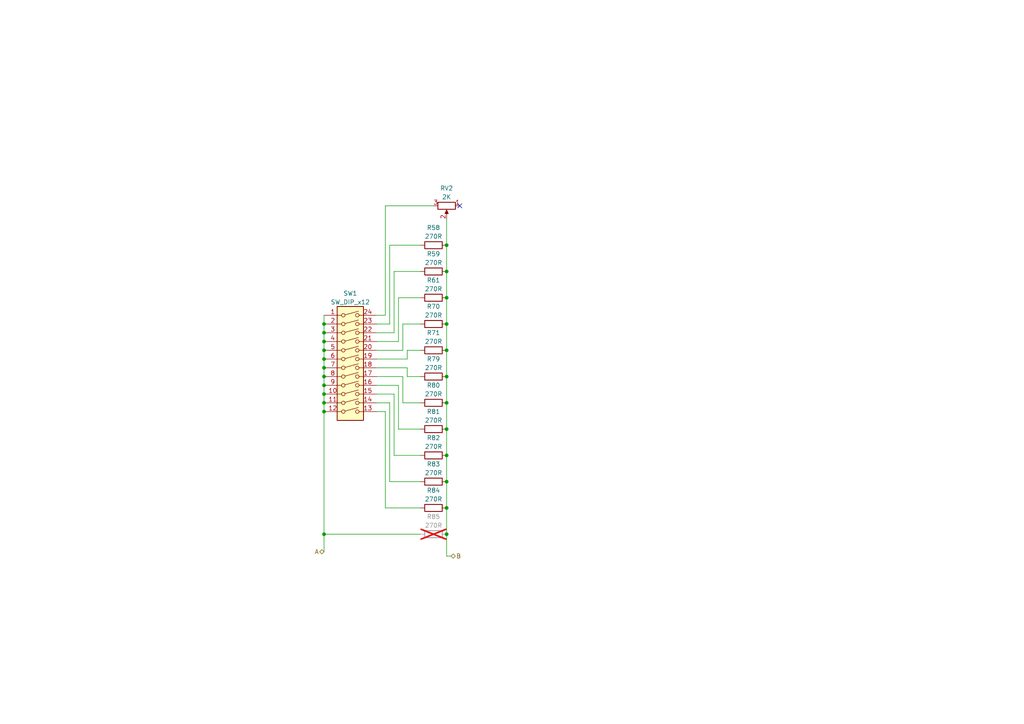
<source format=kicad_sch>
(kicad_sch (version 20230121) (generator eeschema)
  (paper "A4")
  (title_block (title "270R divider") (date "2023-06-18") (rev "1.2.3") (comment 1 "https://github.com/martinroger/VXDash") (comment 2 "https://cadlab.io/projects/vxdash"))
  (lib_symbols
    (symbol "Device:R" (pin_numbers hide) (pin_names (offset 0))
      (property "Reference" "R" (at 2.032 0 90))
      (property "Value" "R" (at 0 0 90))
      (symbol "R_0_1"
        (rectangle (start -1.016 -2.54) (end 1.016 2.54) (stroke (width 0.254)))
      )
      (symbol "R_1_1"
        (pin passive line (at 0 3.81 270) (length 1.27) (name "~") (number "1"))
        (pin passive line (at 0 -3.81 90) (length 1.27) (name "~") (number "2"))
      )
    )
    (symbol "Device:R_Potentiometer" (pin_names (offset 1.016) hide)
      (property "Reference" "RV" (at -4.445 0 90))
      (property "Value" "R_Potentiometer" (at -2.54 0 90))
      (symbol "R_Potentiometer_0_1"
        (polyline (pts (xy 2.54 0) (xy 1.524 0)))
        (polyline (pts (xy 1.143 0) (xy 2.286 0.508) (xy 2.286 -0.508) (xy 1.143 0)) (fill (type outline)))
        (rectangle (start 1.016 2.54) (end -1.016 -2.54) (stroke (width 0.254)))
      )
      (symbol "R_Potentiometer_1_1"
        (pin passive line (at 0 3.81 270) (length 1.27) (name "1") (number "1"))
        (pin passive line (at 3.81 0 180) (length 1.27) (name "2") (number "2"))
        (pin passive line (at 0 -3.81 90) (length 1.27) (name "3") (number "3"))
      )
    )
    (symbol "Switch:SW_DIP_x12" (pin_names (offset 0) hide)
      (property "Reference" "SW" (at 0 19.05 0))
      (property "Value" "SW_DIP_x12" (at 0 -16.51 0))
      (symbol "SW_DIP_x12_0_0"
        (circle (center -2.032 -12.7) (radius 0.508))
        (circle (center -2.032 -10.16) (radius 0.508))
        (circle (center -2.032 -7.62) (radius 0.508))
        (circle (center -2.032 -5.08) (radius 0.508))
        (circle (center -2.032 -2.54) (radius 0.508))
        (circle (center -2.032 0) (radius 0.508))
        (circle (center -2.032 2.54) (radius 0.508))
        (circle (center -2.032 5.08) (radius 0.508))
        (circle (center -2.032 7.62) (radius 0.508))
        (circle (center -2.032 10.16) (radius 0.508))
        (circle (center -2.032 12.7) (radius 0.508))
        (circle (center -2.032 15.24) (radius 0.508))
        (polyline (pts (xy -1.524 -12.5476) (xy 2.3622 -11.5062)))
        (polyline (pts (xy -1.524 -10.0076) (xy 2.3622 -8.9662)))
        (polyline (pts (xy -1.524 -7.4676) (xy 2.3622 -6.4262)))
        (polyline (pts (xy -1.524 -4.9276) (xy 2.3622 -3.8862)))
        (polyline (pts (xy -1.524 -2.3876) (xy 2.3622 -1.3462)))
        (polyline (pts (xy -1.524 0.127) (xy 2.3622 1.1684)))
        (polyline (pts (xy -1.524 2.667) (xy 2.3622 3.7084)))
        (polyline (pts (xy -1.524 5.207) (xy 2.3622 6.2484)))
        (polyline (pts (xy -1.524 7.747) (xy 2.3622 8.7884)))
        (polyline (pts (xy -1.524 10.287) (xy 2.3622 11.3284)))
        (polyline (pts (xy -1.524 12.827) (xy 2.3622 13.8684)))
        (polyline (pts (xy -1.524 15.367) (xy 2.3622 16.4084)))
        (circle (center 2.032 -12.7) (radius 0.508))
        (circle (center 2.032 -10.16) (radius 0.508))
        (circle (center 2.032 -7.62) (radius 0.508))
        (circle (center 2.032 -5.08) (radius 0.508))
        (circle (center 2.032 -2.54) (radius 0.508))
        (circle (center 2.032 0) (radius 0.508))
        (circle (center 2.032 2.54) (radius 0.508))
        (circle (center 2.032 5.08) (radius 0.508))
        (circle (center 2.032 7.62) (radius 0.508))
        (circle (center 2.032 10.16) (radius 0.508))
        (circle (center 2.032 12.7) (radius 0.508))
        (circle (center 2.032 15.24) (radius 0.508))
      )
      (symbol "SW_DIP_x12_0_1"
        (rectangle (start -3.81 17.78) (end 3.81 -15.24) (stroke (width 0.254)) (fill (type background)))
      )
      (symbol "SW_DIP_x12_1_1"
        (pin passive line (at -7.62 15.24 0) (length 5.08) (name "~") (number "1"))
        (pin passive line (at -7.62 -7.62 0) (length 5.08) (name "~") (number "10"))
        (pin passive line (at -7.62 -10.16 0) (length 5.08) (name "~") (number "11"))
        (pin passive line (at -7.62 -12.7 0) (length 5.08) (name "~") (number "12"))
        (pin passive line (at 7.62 -12.7 180) (length 5.08) (name "~") (number "13"))
        (pin passive line (at 7.62 -10.16 180) (length 5.08) (name "~") (number "14"))
        (pin passive line (at 7.62 -7.62 180) (length 5.08) (name "~") (number "15"))
        (pin passive line (at 7.62 -5.08 180) (length 5.08) (name "~") (number "16"))
        (pin passive line (at 7.62 -2.54 180) (length 5.08) (name "~") (number "17"))
        (pin passive line (at 7.62 0 180) (length 5.08) (name "~") (number "18"))
        (pin passive line (at 7.62 2.54 180) (length 5.08) (name "~") (number "19"))
        (pin passive line (at -7.62 12.7 0) (length 5.08) (name "~") (number "2"))
        (pin passive line (at 7.62 5.08 180) (length 5.08) (name "~") (number "20"))
        (pin passive line (at 7.62 7.62 180) (length 5.08) (name "~") (number "21"))
        (pin passive line (at 7.62 10.16 180) (length 5.08) (name "~") (number "22"))
        (pin passive line (at 7.62 12.7 180) (length 5.08) (name "~") (number "23"))
        (pin passive line (at 7.62 15.24 180) (length 5.08) (name "~") (number "24"))
        (pin passive line (at -7.62 10.16 0) (length 5.08) (name "~") (number "3"))
        (pin passive line (at -7.62 7.62 0) (length 5.08) (name "~") (number "4"))
        (pin passive line (at -7.62 5.08 0) (length 5.08) (name "~") (number "5"))
        (pin passive line (at -7.62 2.54 0) (length 5.08) (name "~") (number "6"))
        (pin passive line (at -7.62 0 0) (length 5.08) (name "~") (number "7"))
        (pin passive line (at -7.62 -2.54 0) (length 5.08) (name "~") (number "8"))
        (pin passive line (at -7.62 -5.08 0) (length 5.08) (name "~") (number "9"))
      )
    )
  )
  (junction (at 93.98 154.94))
  (junction (at 93.98 99.06))
  (junction (at 93.98 116.84))
  (junction (at 93.98 109.22))
  (junction (at 93.98 104.14))
  (junction (at 93.98 111.76))
  (junction (at 129.54 147.32))
  (junction (at 93.98 114.3))
  (junction (at 129.54 109.22))
  (junction (at 93.98 106.68))
  (junction (at 129.54 78.74))
  (junction (at 129.54 86.36))
  (junction (at 129.54 93.98))
  (junction (at 93.98 101.6))
  (junction (at 129.54 132.08))
  (junction (at 93.98 96.52))
  (junction (at 129.54 124.46))
  (junction (at 129.54 116.84))
  (junction (at 93.98 119.38))
  (junction (at 129.54 139.7))
  (junction (at 93.98 93.98))
  (junction (at 129.54 154.94))
  (junction (at 129.54 71.12))
  (junction (at 129.54 101.6))
  (no_connect (at 133.35 59.69))
  (wire (pts (xy 115.57 111.76) (xy 115.57 124.46)))
  (wire (pts (xy 113.03 139.7) (xy 121.92 139.7)))
  (wire (pts (xy 129.54 132.08) (xy 129.54 139.7)))
  (wire (pts (xy 129.54 78.74) (xy 129.54 86.36)))
  (wire (pts (xy 129.54 63.5) (xy 129.54 71.12)))
  (wire (pts (xy 129.54 147.32) (xy 129.54 154.94)))
  (wire (pts (xy 129.54 124.46) (xy 129.54 132.08)))
  (wire (pts (xy 93.98 154.94) (xy 121.92 154.94)))
  (wire (pts (xy 109.22 96.52) (xy 114.3 96.52)))
  (wire (pts (xy 113.03 116.84) (xy 113.03 139.7)))
  (wire (pts (xy 118.11 109.22) (xy 121.92 109.22)))
  (wire (pts (xy 109.22 111.76) (xy 115.57 111.76)))
  (wire (pts (xy 113.03 71.12) (xy 121.92 71.12)))
  (wire (pts (xy 109.22 104.14) (xy 118.11 104.14)))
  (wire (pts (xy 129.54 71.12) (xy 129.54 78.74)))
  (wire (pts (xy 93.98 91.44) (xy 93.98 93.98)))
  (wire (pts (xy 93.98 119.38) (xy 93.98 154.94)))
  (wire (pts (xy 116.84 109.22) (xy 116.84 116.84)))
  (wire (pts (xy 116.84 101.6) (xy 116.84 93.98)))
  (wire (pts (xy 109.22 116.84) (xy 113.03 116.84)))
  (wire (pts (xy 93.98 106.68) (xy 93.98 109.22)))
  (wire (pts (xy 115.57 99.06) (xy 115.57 86.36)))
  (wire (pts (xy 118.11 104.14) (xy 118.11 101.6)))
  (wire (pts (xy 93.98 99.06) (xy 93.98 101.6)))
  (wire (pts (xy 111.76 59.69) (xy 111.76 91.44)))
  (wire (pts (xy 109.22 99.06) (xy 115.57 99.06)))
  (wire (pts (xy 93.98 101.6) (xy 93.98 104.14)))
  (wire (pts (xy 114.3 96.52) (xy 114.3 78.74)))
  (wire (pts (xy 109.22 109.22) (xy 116.84 109.22)))
  (wire (pts (xy 116.84 116.84) (xy 121.92 116.84)))
  (wire (pts (xy 109.22 119.38) (xy 111.76 119.38)))
  (wire (pts (xy 109.22 101.6) (xy 116.84 101.6)))
  (wire (pts (xy 129.54 139.7) (xy 129.54 147.32)))
  (wire (pts (xy 93.98 96.52) (xy 93.98 99.06)))
  (wire (pts (xy 109.22 114.3) (xy 114.3 114.3)))
  (wire (pts (xy 93.98 111.76) (xy 93.98 114.3)))
  (wire (pts (xy 111.76 119.38) (xy 111.76 147.32)))
  (wire (pts (xy 129.54 109.22) (xy 129.54 116.84)))
  (wire (pts (xy 118.11 106.68) (xy 118.11 109.22)))
  (wire (pts (xy 93.98 109.22) (xy 93.98 111.76)))
  (wire (pts (xy 109.22 91.44) (xy 111.76 91.44)))
  (wire (pts (xy 130.81 161.29) (xy 129.54 161.29)))
  (wire (pts (xy 115.57 124.46) (xy 121.92 124.46)))
  (wire (pts (xy 129.54 154.94) (xy 129.54 161.29)))
  (wire (pts (xy 109.22 106.68) (xy 118.11 106.68)))
  (wire (pts (xy 114.3 114.3) (xy 114.3 132.08)))
  (wire (pts (xy 93.98 154.94) (xy 93.98 160.02)))
  (wire (pts (xy 111.76 147.32) (xy 121.92 147.32)))
  (wire (pts (xy 93.98 104.14) (xy 93.98 106.68)))
  (wire (pts (xy 129.54 101.6) (xy 129.54 109.22)))
  (wire (pts (xy 109.22 93.98) (xy 113.03 93.98)))
  (wire (pts (xy 114.3 132.08) (xy 121.92 132.08)))
  (wire (pts (xy 118.11 101.6) (xy 121.92 101.6)))
  (wire (pts (xy 115.57 86.36) (xy 121.92 86.36)))
  (wire (pts (xy 129.54 86.36) (xy 129.54 93.98)))
  (wire (pts (xy 93.98 114.3) (xy 93.98 116.84)))
  (wire (pts (xy 93.98 93.98) (xy 93.98 96.52)))
  (wire (pts (xy 125.73 59.69) (xy 111.76 59.69)))
  (wire (pts (xy 129.54 116.84) (xy 129.54 124.46)))
  (wire (pts (xy 93.98 116.84) (xy 93.98 119.38)))
  (wire (pts (xy 114.3 78.74) (xy 121.92 78.74)))
  (wire (pts (xy 116.84 93.98) (xy 121.92 93.98)))
  (wire (pts (xy 129.54 93.98) (xy 129.54 101.6)))
  (wire (pts (xy 113.03 93.98) (xy 113.03 71.12)))
  (hierarchical_label "A" (shape bidirectional) (at 93.98 160.02 180))
  (hierarchical_label "B" (shape bidirectional) (at 130.81 161.29 0))
  (symbol (lib_id "Device:R") (at 125.73 139.7 90) (unit 1)
    (property "Reference" "R83" (at 125.73 134.62 90))
    (property "Value" "270R" (at 125.73 137.16 90))
    (property "Footprint" "Resistor_SMD:R_0603_1608Metric" (effects hide))
    (property "Datasheet" "https://www.yageo.com/upload/media/product/productsearch/datasheet/rchip/PYu-RC_Group_51_RoHS_L_12.pdf" (effects hide))
    (property "Description" "RES 270 OHM 1% 1/10W 0603" (effects hide))
    (property "Manufacturer_Name" "Yageo" (effects hide))
    (property "Manufacturer_Part_Number" "RC0603FR-07270RL" (effects hide))
    (instances (project "VXDash" (path "" (reference "R83") (unit 1)) (path "" (reference "R94") (unit 1)) (path "" (reference "R106") (unit 1)) (path "" (reference "R118") (unit 1)) (path "" (reference "R130") (unit 1)) (path "" (reference "R142") (unit 1))))
  )
  (symbol (lib_id "Device:R") (at 125.73 101.6 90) (unit 1)
    (property "Reference" "R71" (at 125.73 96.52 90))
    (property "Value" "270R" (at 125.73 99.06 90))
    (property "Footprint" "Resistor_SMD:R_0603_1608Metric" (effects hide))
    (property "Datasheet" "https://www.yageo.com/upload/media/product/productsearch/datasheet/rchip/PYu-RC_Group_51_RoHS_L_12.pdf" (effects hide))
    (property "Description" "RES 270 OHM 1% 1/10W 0603" (effects hide))
    (property "Manufacturer_Name" "Yageo" (effects hide))
    (property "Manufacturer_Part_Number" "RC0603FR-07270RL" (effects hide))
    (instances (project "VXDash" (path "" (reference "R71") (unit 1)) (path "" (reference "R89") (unit 1)) (path "" (reference "R101") (unit 1)) (path "" (reference "R113") (unit 1)) (path "" (reference "R125") (unit 1)) (path "" (reference "R137") (unit 1))))
  )
  (symbol (lib_id "Device:R") (at 125.73 93.98 90) (unit 1)
    (property "Reference" "R70" (at 125.73 88.9 90))
    (property "Value" "270R" (at 125.73 91.44 90))
    (property "Footprint" "Resistor_SMD:R_0603_1608Metric" (effects hide))
    (property "Datasheet" "https://www.yageo.com/upload/media/product/productsearch/datasheet/rchip/PYu-RC_Group_51_RoHS_L_12.pdf" (effects hide))
    (property "Description" "RES 270 OHM 1% 1/10W 0603" (effects hide))
    (property "Manufacturer_Name" "Yageo" (effects hide))
    (property "Manufacturer_Part_Number" "RC0603FR-07270RL" (effects hide))
    (instances (project "VXDash" (path "" (reference "R70") (unit 1)) (path "" (reference "R88") (unit 1)) (path "" (reference "R100") (unit 1)) (path "" (reference "R112") (unit 1)) (path "" (reference "R124") (unit 1)) (path "" (reference "R136") (unit 1))))
  )
  (symbol (lib_id "Device:R") (at 125.73 86.36 90) (unit 1)
    (property "Reference" "R61" (at 125.73 81.28 90))
    (property "Value" "270R" (at 125.73 83.82 90))
    (property "Footprint" "Resistor_SMD:R_0603_1608Metric" (effects hide))
    (property "Datasheet" "https://www.yageo.com/upload/media/product/productsearch/datasheet/rchip/PYu-RC_Group_51_RoHS_L_12.pdf" (effects hide))
    (property "Description" "RES 270 OHM 1% 1/10W 0603" (effects hide))
    (property "Manufacturer_Name" "Yageo" (effects hide))
    (property "Manufacturer_Part_Number" "RC0603FR-07270RL" (effects hide))
    (instances (project "VXDash" (path "" (reference "R61") (unit 1)) (path "" (reference "R87") (unit 1)) (path "" (reference "R99") (unit 1)) (path "" (reference "R111") (unit 1)) (path "" (reference "R123") (unit 1)) (path "" (reference "R135") (unit 1))))
  )
  (symbol (lib_id "Device:R") (at 125.73 124.46 90) (unit 1)
    (property "Reference" "R81" (at 125.73 119.38 90))
    (property "Value" "270R" (at 125.73 121.92 90))
    (property "Footprint" "Resistor_SMD:R_0603_1608Metric" (effects hide))
    (property "Datasheet" "https://www.yageo.com/upload/media/product/productsearch/datasheet/rchip/PYu-RC_Group_51_RoHS_L_12.pdf" (effects hide))
    (property "Description" "RES 270 OHM 1% 1/10W 0603" (effects hide))
    (property "Manufacturer_Name" "Yageo" (effects hide))
    (property "Manufacturer_Part_Number" "RC0603FR-07270RL" (effects hide))
    (instances (project "VXDash" (path "" (reference "R81") (unit 1)) (path "" (reference "R92") (unit 1)) (path "" (reference "R104") (unit 1)) (path "" (reference "R116") (unit 1)) (path "" (reference "R128") (unit 1)) (path "" (reference "R140") (unit 1))))
  )
  (symbol (lib_id "Device:R") (at 125.73 147.32 90) (unit 1)
    (property "Reference" "R84" (at 125.73 142.24 90))
    (property "Value" "270R" (at 125.73 144.78 90))
    (property "Footprint" "Resistor_SMD:R_0603_1608Metric" (effects hide))
    (property "Datasheet" "https://www.yageo.com/upload/media/product/productsearch/datasheet/rchip/PYu-RC_Group_51_RoHS_L_12.pdf" (effects hide))
    (property "Description" "RES 270 OHM 1% 1/10W 0603" (effects hide))
    (property "Manufacturer_Name" "Yageo" (effects hide))
    (property "Manufacturer_Part_Number" "RC0603FR-07270RL" (effects hide))
    (instances (project "VXDash" (path "" (reference "R84") (unit 1)) (path "" (reference "R95") (unit 1)) (path "" (reference "R107") (unit 1)) (path "" (reference "R119") (unit 1)) (path "" (reference "R131") (unit 1)) (path "" (reference "R143") (unit 1))))
  )
  (symbol (lib_id "Switch:SW_DIP_x12") (at 101.6 106.68 0) (unit 1)
    (property "Reference" "SW1" (at 101.6 85.09 0))
    (property "Value" "SW_DIP_x12" (at 101.6 87.63 0))
    (property "Footprint" "Package_DIP:DIP-24_W7.62mm_LongPads" (effects hide))
    (property "Datasheet" "https://www.ctscorp.com/wp-content/uploads/206.pdf" (effects hide))
    (property "Description" "SWITCH SLIDE DIP SPST 50MA 24V" (effects hide))
    (property "Manufacturer_Name" "CTS Electrocomponents" (effects hide))
    (property "Manufacturer_Part_Number" "206-12ST" (effects hide))
    (instances (project "VXDash" (path "" (reference "SW1") (unit 1)) (path "" (reference "SW2") (unit 1)) (path "" (reference "SW3") (unit 1)) (path "" (reference "SW4") (unit 1)) (path "" (reference "SW5") (unit 1)) (path "" (reference "SW6") (unit 1))))
  )
  (symbol (lib_id "Device:R") (at 125.73 78.74 90) (unit 1)
    (property "Reference" "R59" (at 125.73 73.66 90))
    (property "Value" "270R" (at 125.73 76.2 90))
    (property "Footprint" "Resistor_SMD:R_0603_1608Metric" (effects hide))
    (property "Datasheet" "https://www.yageo.com/upload/media/product/productsearch/datasheet/rchip/PYu-RC_Group_51_RoHS_L_12.pdf" (effects hide))
    (property "Description" "RES 270 OHM 1% 1/10W 0603" (effects hide))
    (property "Manufacturer_Name" "Yageo" (effects hide))
    (property "Manufacturer_Part_Number" "RC0603FR-07270RL" (effects hide))
    (instances (project "VXDash" (path "" (reference "R59") (unit 1)) (path "" (reference "R86") (unit 1)) (path "" (reference "R98") (unit 1)) (path "" (reference "R110") (unit 1)) (path "" (reference "R122") (unit 1)) (path "" (reference "R134") (unit 1))))
  )
  (symbol (lib_id "Device:R_Potentiometer") (at 129.54 59.69 270) (unit 1)
    (property "Reference" "RV2" (at 129.54 54.61 90))
    (property "Value" "2K" (at 129.54 57.15 90))
    (property "Footprint" "Potentiometer_THT:Potentiometer_Bourns_PTV09A-1_Single_Vertical" (effects hide))
    (property "Datasheet" "https://www.bourns.com/docs/Product-Datasheets/PTV09.pdf" (effects hide))
    (property "Description" "POT 2K OHM 1/20W CARBON LINEAR" (effects hide))
    (property "Manufacturer_Name" "Bourns" (effects hide))
    (property "Manufacturer_Part_Number" "PTV09A-4020F-B202" (effects hide))
    (instances (project "VXDash" (path "" (reference "RV2") (unit 1)) (path "" (reference "RV10") (unit 1)) (path "" (reference "RV11") (unit 1)) (path "" (reference "RV12") (unit 1)) (path "" (reference "RV13") (unit 1)) (path "" (reference "RV14") (unit 1)) (path "" (reference "RV15") (unit 1))))
  )
  (symbol (lib_id "Device:R") (at 125.73 154.94 90) (unit 1) (in_bom no) (dnp yes)
    (property "Reference" "R85" (at 125.73 149.86 90))
    (property "Value" "270R" (at 125.73 152.4 90))
    (property "Footprint" "Resistor_SMD:R_0603_1608Metric" (effects hide))
    (property "Datasheet" "https://www.yageo.com/upload/media/product/productsearch/datasheet/rchip/PYu-RC_Group_51_RoHS_L_12.pdf" (effects hide))
    (property "Description" "RES 270 OHM 1% 1/10W 0603" (effects hide))
    (property "Manufacturer_Name" "Yageo" (effects hide))
    (property "Manufacturer_Part_Number" "RC0603FR-07270RL" (effects hide))
    (instances (project "VXDash" (path "" (reference "R85") (unit 1)) (path "" (reference "R96") (unit 1)) (path "" (reference "R108") (unit 1)) (path "" (reference "R120") (unit 1)) (path "" (reference "R132") (unit 1)) (path "" (reference "R144") (unit 1))))
  )
  (symbol (lib_id "Device:R") (at 125.73 132.08 90) (unit 1)
    (property "Reference" "R82" (at 125.73 127 90))
    (property "Value" "270R" (at 125.73 129.54 90))
    (property "Footprint" "Resistor_SMD:R_0603_1608Metric" (effects hide))
    (property "Datasheet" "https://www.yageo.com/upload/media/product/productsearch/datasheet/rchip/PYu-RC_Group_51_RoHS_L_12.pdf" (effects hide))
    (property "Description" "RES 270 OHM 1% 1/10W 0603" (effects hide))
    (property "Manufacturer_Name" "Yageo" (effects hide))
    (property "Manufacturer_Part_Number" "RC0603FR-07270RL" (effects hide))
    (instances (project "VXDash" (path "" (reference "R82") (unit 1)) (path "" (reference "R93") (unit 1)) (path "" (reference "R105") (unit 1)) (path "" (reference "R117") (unit 1)) (path "" (reference "R129") (unit 1)) (path "" (reference "R141") (unit 1))))
  )
  (symbol (lib_id "Device:R") (at 125.73 109.22 90) (unit 1)
    (property "Reference" "R79" (at 125.73 104.14 90))
    (property "Value" "270R" (at 125.73 106.68 90))
    (property "Footprint" "Resistor_SMD:R_0603_1608Metric" (effects hide))
    (property "Datasheet" "https://www.yageo.com/upload/media/product/productsearch/datasheet/rchip/PYu-RC_Group_51_RoHS_L_12.pdf" (effects hide))
    (property "Description" "RES 270 OHM 1% 1/10W 0603" (effects hide))
    (property "Manufacturer_Name" "Yageo" (effects hide))
    (property "Manufacturer_Part_Number" "RC0603FR-07270RL" (effects hide))
    (instances (project "VXDash" (path "" (reference "R79") (unit 1)) (path "" (reference "R90") (unit 1)) (path "" (reference "R102") (unit 1)) (path "" (reference "R114") (unit 1)) (path "" (reference "R126") (unit 1)) (path "" (reference "R138") (unit 1))))
  )
  (symbol (lib_id "Device:R") (at 125.73 71.12 90) (unit 1)
    (property "Reference" "R58" (at 125.73 66.04 90))
    (property "Value" "270R" (at 125.73 68.58 90))
    (property "Footprint" "Resistor_SMD:R_0603_1608Metric" (effects hide))
    (property "Datasheet" "https://www.yageo.com/upload/media/product/productsearch/datasheet/rchip/PYu-RC_Group_51_RoHS_L_12.pdf" (effects hide))
    (property "Description" "RES 270 OHM 1% 1/10W 0603" (effects hide))
    (property "Manufacturer_Name" "Yageo" (effects hide))
    (property "Manufacturer_Part_Number" "RC0603FR-07270RL" (effects hide))
    (instances (project "VXDash" (path "" (reference "R58") (unit 1)) (path "" (reference "R57") (unit 1)) (path "" (reference "R97") (unit 1)) (path "" (reference "R109") (unit 1)) (path "" (reference "R121") (unit 1)) (path "" (reference "R133") (unit 1))))
  )
  (symbol (lib_id "Device:R") (at 125.73 116.84 90) (unit 1)
    (property "Reference" "R80" (at 125.73 111.76 90))
    (property "Value" "270R" (at 125.73 114.3 90))
    (property "Footprint" "Resistor_SMD:R_0603_1608Metric" (effects hide))
    (property "Datasheet" "https://www.yageo.com/upload/media/product/productsearch/datasheet/rchip/PYu-RC_Group_51_RoHS_L_12.pdf" (effects hide))
    (property "Description" "RES 270 OHM 1% 1/10W 0603" (effects hide))
    (property "Manufacturer_Name" "Yageo" (effects hide))
    (property "Manufacturer_Part_Number" "RC0603FR-07270RL" (effects hide))
    (instances (project "VXDash" (path "" (reference "R80") (unit 1)) (path "" (reference "R91") (unit 1)) (path "" (reference "R103") (unit 1)) (path "" (reference "R115") (unit 1)) (path "" (reference "R127") (unit 1)) (path "" (reference "R139") (unit 1))))
  )
)
</source>
